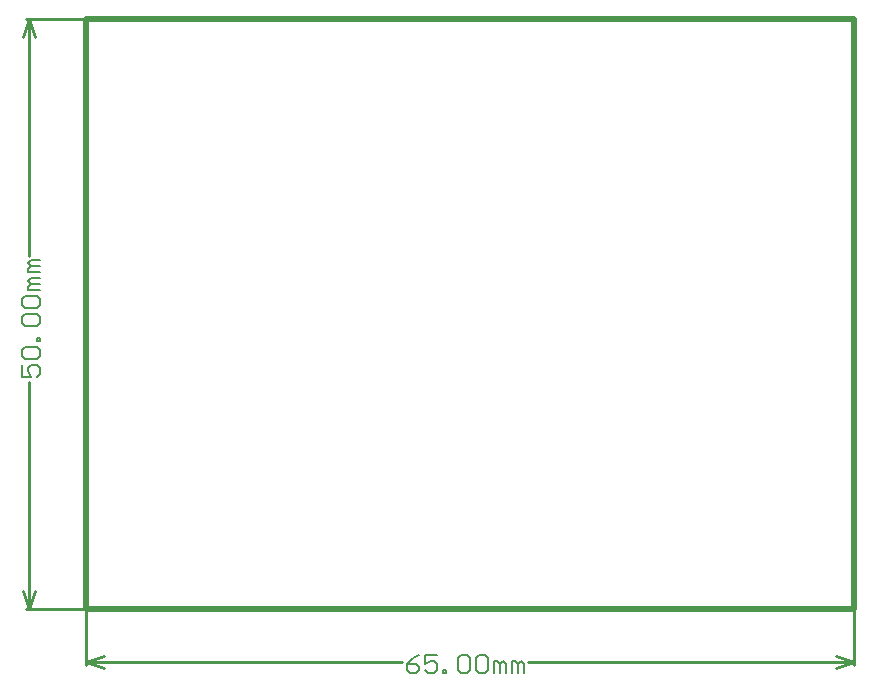
<source format=gm1>
G04*
G04 #@! TF.GenerationSoftware,Altium Limited,Altium Designer,22.0.2 (36)*
G04*
G04 Layer_Color=16711935*
%FSLAX24Y24*%
%MOIN*%
G70*
G04*
G04 #@! TF.SameCoordinates,CD407462-B920-417C-8B87-A3646CBED1B3*
G04*
G04*
G04 #@! TF.FilePolarity,Positive*
G04*
G01*
G75*
%ADD11C,0.0100*%
%ADD14C,0.0197*%
%ADD15C,0.0098*%
%ADD16C,0.0060*%
D11*
X25591Y-1850D02*
Y0D01*
X0Y-1850D02*
Y0D01*
X-2100Y600D02*
X-1900Y0D01*
X-1700Y600D01*
X-1900Y19685D02*
X-1700Y19085D01*
X-2100D02*
X-1900Y19685D01*
Y0D02*
Y7573D01*
Y11792D02*
Y19685D01*
X-2000Y0D02*
X0D01*
X-2000Y19685D02*
X0D01*
X25591Y-1850D02*
Y0D01*
X0Y-1850D02*
Y0D01*
X-2100Y600D02*
X-1900Y0D01*
X-1700Y600D01*
X-1900Y19685D02*
X-1700Y19085D01*
X-2100D02*
X-1900Y19685D01*
Y0D02*
Y7573D01*
Y11792D02*
Y19685D01*
X-2000Y0D02*
X0D01*
X-2000Y19685D02*
X0D01*
D14*
Y0D02*
Y19685D01*
Y0D02*
X25591D01*
X0Y19685D02*
X25591D01*
Y0D02*
Y19685D01*
X0Y0D02*
Y19685D01*
Y0D02*
X25591D01*
X0Y19685D02*
X25591D01*
Y0D02*
Y19685D01*
D15*
X24991Y-1950D02*
X25591Y-1750D01*
X24991Y-1550D02*
X25591Y-1750D01*
X0D02*
X600Y-1550D01*
X0Y-1750D02*
X600Y-1950D01*
X14745Y-1750D02*
X25591D01*
X0D02*
X10526D01*
X24991Y-1950D02*
X25591Y-1750D01*
X24991Y-1550D02*
X25591Y-1750D01*
X0D02*
X600Y-1550D01*
X0Y-1750D02*
X600Y-1950D01*
X14745Y-1750D02*
X25591D01*
X0D02*
X10526D01*
D16*
X11086Y-1510D02*
X10886Y-1610D01*
X10686Y-1810D01*
Y-2010D01*
X10786Y-2110D01*
X10986D01*
X11086Y-2010D01*
Y-1910D01*
X10986Y-1810D01*
X10686D01*
X11686Y-1510D02*
X11286D01*
Y-1810D01*
X11486Y-1710D01*
X11586D01*
X11686Y-1810D01*
Y-2010D01*
X11586Y-2110D01*
X11386D01*
X11286Y-2010D01*
X11886Y-2110D02*
Y-2010D01*
X11985D01*
Y-2110D01*
X11886D01*
X12385Y-1610D02*
X12485Y-1510D01*
X12685D01*
X12785Y-1610D01*
Y-2010D01*
X12685Y-2110D01*
X12485D01*
X12385Y-2010D01*
Y-1610D01*
X12985D02*
X13085Y-1510D01*
X13285D01*
X13385Y-1610D01*
Y-2010D01*
X13285Y-2110D01*
X13085D01*
X12985Y-2010D01*
Y-1610D01*
X13585Y-2110D02*
Y-1710D01*
X13685D01*
X13785Y-1810D01*
Y-2110D01*
Y-1810D01*
X13885Y-1710D01*
X13985Y-1810D01*
Y-2110D01*
X14185D02*
Y-1710D01*
X14285D01*
X14385Y-1810D01*
Y-2110D01*
Y-1810D01*
X14485Y-1710D01*
X14585Y-1810D01*
Y-2110D01*
X-2140Y8133D02*
Y7733D01*
X-1840D01*
X-1940Y7933D01*
Y8033D01*
X-1840Y8133D01*
X-1640D01*
X-1540Y8033D01*
Y7833D01*
X-1640Y7733D01*
X-2040Y8333D02*
X-2140Y8433D01*
Y8633D01*
X-2040Y8733D01*
X-1640D01*
X-1540Y8633D01*
Y8433D01*
X-1640Y8333D01*
X-2040D01*
X-1540Y8933D02*
X-1640D01*
Y9033D01*
X-1540D01*
Y8933D01*
X-2040Y9433D02*
X-2140Y9533D01*
Y9732D01*
X-2040Y9832D01*
X-1640D01*
X-1540Y9732D01*
Y9533D01*
X-1640Y9433D01*
X-2040D01*
Y10032D02*
X-2140Y10132D01*
Y10332D01*
X-2040Y10432D01*
X-1640D01*
X-1540Y10332D01*
Y10132D01*
X-1640Y10032D01*
X-2040D01*
X-1540Y10632D02*
X-1940D01*
Y10732D01*
X-1840Y10832D01*
X-1540D01*
X-1840D01*
X-1940Y10932D01*
X-1840Y11032D01*
X-1540D01*
Y11232D02*
X-1940D01*
Y11332D01*
X-1840Y11432D01*
X-1540D01*
X-1840D01*
X-1940Y11532D01*
X-1840Y11632D01*
X-1540D01*
X11086Y-1510D02*
X10886Y-1610D01*
X10686Y-1810D01*
Y-2010D01*
X10786Y-2110D01*
X10986D01*
X11086Y-2010D01*
Y-1910D01*
X10986Y-1810D01*
X10686D01*
X11686Y-1510D02*
X11286D01*
Y-1810D01*
X11486Y-1710D01*
X11586D01*
X11686Y-1810D01*
Y-2010D01*
X11586Y-2110D01*
X11386D01*
X11286Y-2010D01*
X11886Y-2110D02*
Y-2010D01*
X11985D01*
Y-2110D01*
X11886D01*
X12385Y-1610D02*
X12485Y-1510D01*
X12685D01*
X12785Y-1610D01*
Y-2010D01*
X12685Y-2110D01*
X12485D01*
X12385Y-2010D01*
Y-1610D01*
X12985D02*
X13085Y-1510D01*
X13285D01*
X13385Y-1610D01*
Y-2010D01*
X13285Y-2110D01*
X13085D01*
X12985Y-2010D01*
Y-1610D01*
X13585Y-2110D02*
Y-1710D01*
X13685D01*
X13785Y-1810D01*
Y-2110D01*
Y-1810D01*
X13885Y-1710D01*
X13985Y-1810D01*
Y-2110D01*
X14185D02*
Y-1710D01*
X14285D01*
X14385Y-1810D01*
Y-2110D01*
Y-1810D01*
X14485Y-1710D01*
X14585Y-1810D01*
Y-2110D01*
X-2140Y8133D02*
Y7733D01*
X-1840D01*
X-1940Y7933D01*
Y8033D01*
X-1840Y8133D01*
X-1640D01*
X-1540Y8033D01*
Y7833D01*
X-1640Y7733D01*
X-2040Y8333D02*
X-2140Y8433D01*
Y8633D01*
X-2040Y8733D01*
X-1640D01*
X-1540Y8633D01*
Y8433D01*
X-1640Y8333D01*
X-2040D01*
X-1540Y8933D02*
X-1640D01*
Y9033D01*
X-1540D01*
Y8933D01*
X-2040Y9433D02*
X-2140Y9533D01*
Y9732D01*
X-2040Y9832D01*
X-1640D01*
X-1540Y9732D01*
Y9533D01*
X-1640Y9433D01*
X-2040D01*
Y10032D02*
X-2140Y10132D01*
Y10332D01*
X-2040Y10432D01*
X-1640D01*
X-1540Y10332D01*
Y10132D01*
X-1640Y10032D01*
X-2040D01*
X-1540Y10632D02*
X-1940D01*
Y10732D01*
X-1840Y10832D01*
X-1540D01*
X-1840D01*
X-1940Y10932D01*
X-1840Y11032D01*
X-1540D01*
Y11232D02*
X-1940D01*
Y11332D01*
X-1840Y11432D01*
X-1540D01*
X-1840D01*
X-1940Y11532D01*
X-1840Y11632D01*
X-1540D01*
M02*

</source>
